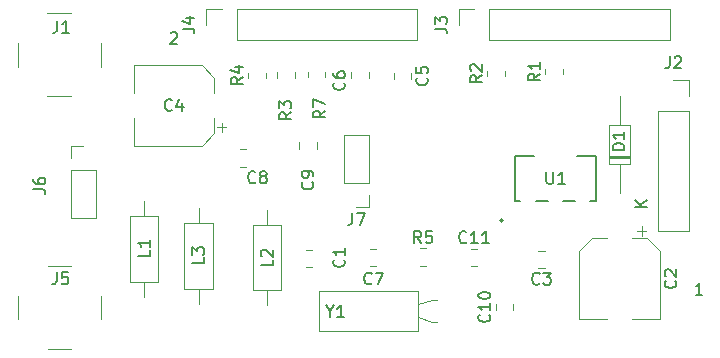
<source format=gbr>
%TF.GenerationSoftware,KiCad,Pcbnew,8.0.4*%
%TF.CreationDate,2025-05-02T23:51:08+05:30*%
%TF.ProjectId,Si4735Board,53693437-3335-4426-9f61-72642e6b6963,rev?*%
%TF.SameCoordinates,Original*%
%TF.FileFunction,Legend,Top*%
%TF.FilePolarity,Positive*%
%FSLAX46Y46*%
G04 Gerber Fmt 4.6, Leading zero omitted, Abs format (unit mm)*
G04 Created by KiCad (PCBNEW 8.0.4) date 2025-05-02 23:51:08*
%MOMM*%
%LPD*%
G01*
G04 APERTURE LIST*
%ADD10C,0.150000*%
%ADD11C,0.120000*%
%ADD12C,0.152400*%
G04 APERTURE END LIST*
D10*
X134844033Y-101986080D02*
X134796414Y-102033700D01*
X134796414Y-102033700D02*
X134653557Y-102081319D01*
X134653557Y-102081319D02*
X134558319Y-102081319D01*
X134558319Y-102081319D02*
X134415462Y-102033700D01*
X134415462Y-102033700D02*
X134320224Y-101938461D01*
X134320224Y-101938461D02*
X134272605Y-101843223D01*
X134272605Y-101843223D02*
X134224986Y-101652747D01*
X134224986Y-101652747D02*
X134224986Y-101509890D01*
X134224986Y-101509890D02*
X134272605Y-101319414D01*
X134272605Y-101319414D02*
X134320224Y-101224176D01*
X134320224Y-101224176D02*
X134415462Y-101128938D01*
X134415462Y-101128938D02*
X134558319Y-101081319D01*
X134558319Y-101081319D02*
X134653557Y-101081319D01*
X134653557Y-101081319D02*
X134796414Y-101128938D01*
X134796414Y-101128938D02*
X134844033Y-101176557D01*
X135177367Y-101081319D02*
X135844033Y-101081319D01*
X135844033Y-101081319D02*
X135415462Y-102081319D01*
X126455519Y-99983166D02*
X126455519Y-100459356D01*
X126455519Y-100459356D02*
X125455519Y-100459356D01*
X125550757Y-99697451D02*
X125503138Y-99649832D01*
X125503138Y-99649832D02*
X125455519Y-99554594D01*
X125455519Y-99554594D02*
X125455519Y-99316499D01*
X125455519Y-99316499D02*
X125503138Y-99221261D01*
X125503138Y-99221261D02*
X125550757Y-99173642D01*
X125550757Y-99173642D02*
X125645995Y-99126023D01*
X125645995Y-99126023D02*
X125741233Y-99126023D01*
X125741233Y-99126023D02*
X125884090Y-99173642D01*
X125884090Y-99173642D02*
X126455519Y-99745070D01*
X126455519Y-99745070D02*
X126455519Y-99126023D01*
X131314509Y-104355128D02*
X131314509Y-104831319D01*
X130981176Y-103831319D02*
X131314509Y-104355128D01*
X131314509Y-104355128D02*
X131647842Y-103831319D01*
X132504985Y-104831319D02*
X131933557Y-104831319D01*
X132219271Y-104831319D02*
X132219271Y-103831319D01*
X132219271Y-103831319D02*
X132124033Y-103974176D01*
X132124033Y-103974176D02*
X132028795Y-104069414D01*
X132028795Y-104069414D02*
X131933557Y-104117033D01*
X129830280Y-93403166D02*
X129877900Y-93450785D01*
X129877900Y-93450785D02*
X129925519Y-93593642D01*
X129925519Y-93593642D02*
X129925519Y-93688880D01*
X129925519Y-93688880D02*
X129877900Y-93831737D01*
X129877900Y-93831737D02*
X129782661Y-93926975D01*
X129782661Y-93926975D02*
X129687423Y-93974594D01*
X129687423Y-93974594D02*
X129496947Y-94022213D01*
X129496947Y-94022213D02*
X129354090Y-94022213D01*
X129354090Y-94022213D02*
X129163614Y-93974594D01*
X129163614Y-93974594D02*
X129068376Y-93926975D01*
X129068376Y-93926975D02*
X128973138Y-93831737D01*
X128973138Y-93831737D02*
X128925519Y-93688880D01*
X128925519Y-93688880D02*
X128925519Y-93593642D01*
X128925519Y-93593642D02*
X128973138Y-93450785D01*
X128973138Y-93450785D02*
X129020757Y-93403166D01*
X129925519Y-92926975D02*
X129925519Y-92736499D01*
X129925519Y-92736499D02*
X129877900Y-92641261D01*
X129877900Y-92641261D02*
X129830280Y-92593642D01*
X129830280Y-92593642D02*
X129687423Y-92498404D01*
X129687423Y-92498404D02*
X129496947Y-92450785D01*
X129496947Y-92450785D02*
X129115995Y-92450785D01*
X129115995Y-92450785D02*
X129020757Y-92498404D01*
X129020757Y-92498404D02*
X128973138Y-92546023D01*
X128973138Y-92546023D02*
X128925519Y-92641261D01*
X128925519Y-92641261D02*
X128925519Y-92831737D01*
X128925519Y-92831737D02*
X128973138Y-92926975D01*
X128973138Y-92926975D02*
X129020757Y-92974594D01*
X129020757Y-92974594D02*
X129115995Y-93022213D01*
X129115995Y-93022213D02*
X129354090Y-93022213D01*
X129354090Y-93022213D02*
X129449328Y-92974594D01*
X129449328Y-92974594D02*
X129496947Y-92926975D01*
X129496947Y-92926975D02*
X129544566Y-92831737D01*
X129544566Y-92831737D02*
X129544566Y-92641261D01*
X129544566Y-92641261D02*
X129496947Y-92546023D01*
X129496947Y-92546023D02*
X129449328Y-92498404D01*
X129449328Y-92498404D02*
X129354090Y-92450785D01*
X132480280Y-99983166D02*
X132527900Y-100030785D01*
X132527900Y-100030785D02*
X132575519Y-100173642D01*
X132575519Y-100173642D02*
X132575519Y-100268880D01*
X132575519Y-100268880D02*
X132527900Y-100411737D01*
X132527900Y-100411737D02*
X132432661Y-100506975D01*
X132432661Y-100506975D02*
X132337423Y-100554594D01*
X132337423Y-100554594D02*
X132146947Y-100602213D01*
X132146947Y-100602213D02*
X132004090Y-100602213D01*
X132004090Y-100602213D02*
X131813614Y-100554594D01*
X131813614Y-100554594D02*
X131718376Y-100506975D01*
X131718376Y-100506975D02*
X131623138Y-100411737D01*
X131623138Y-100411737D02*
X131575519Y-100268880D01*
X131575519Y-100268880D02*
X131575519Y-100173642D01*
X131575519Y-100173642D02*
X131623138Y-100030785D01*
X131623138Y-100030785D02*
X131670757Y-99983166D01*
X132575519Y-99030785D02*
X132575519Y-99602213D01*
X132575519Y-99316499D02*
X131575519Y-99316499D01*
X131575519Y-99316499D02*
X131718376Y-99411737D01*
X131718376Y-99411737D02*
X131813614Y-99506975D01*
X131813614Y-99506975D02*
X131861233Y-99602213D01*
X132480280Y-84993166D02*
X132527900Y-85040785D01*
X132527900Y-85040785D02*
X132575519Y-85183642D01*
X132575519Y-85183642D02*
X132575519Y-85278880D01*
X132575519Y-85278880D02*
X132527900Y-85421737D01*
X132527900Y-85421737D02*
X132432661Y-85516975D01*
X132432661Y-85516975D02*
X132337423Y-85564594D01*
X132337423Y-85564594D02*
X132146947Y-85612213D01*
X132146947Y-85612213D02*
X132004090Y-85612213D01*
X132004090Y-85612213D02*
X131813614Y-85564594D01*
X131813614Y-85564594D02*
X131718376Y-85516975D01*
X131718376Y-85516975D02*
X131623138Y-85421737D01*
X131623138Y-85421737D02*
X131575519Y-85278880D01*
X131575519Y-85278880D02*
X131575519Y-85183642D01*
X131575519Y-85183642D02*
X131623138Y-85040785D01*
X131623138Y-85040785D02*
X131670757Y-84993166D01*
X131575519Y-84136023D02*
X131575519Y-84326499D01*
X131575519Y-84326499D02*
X131623138Y-84421737D01*
X131623138Y-84421737D02*
X131670757Y-84469356D01*
X131670757Y-84469356D02*
X131813614Y-84564594D01*
X131813614Y-84564594D02*
X132004090Y-84612213D01*
X132004090Y-84612213D02*
X132385042Y-84612213D01*
X132385042Y-84612213D02*
X132480280Y-84564594D01*
X132480280Y-84564594D02*
X132527900Y-84516975D01*
X132527900Y-84516975D02*
X132575519Y-84421737D01*
X132575519Y-84421737D02*
X132575519Y-84231261D01*
X132575519Y-84231261D02*
X132527900Y-84136023D01*
X132527900Y-84136023D02*
X132480280Y-84088404D01*
X132480280Y-84088404D02*
X132385042Y-84040785D01*
X132385042Y-84040785D02*
X132146947Y-84040785D01*
X132146947Y-84040785D02*
X132051709Y-84088404D01*
X132051709Y-84088404D02*
X132004090Y-84136023D01*
X132004090Y-84136023D02*
X131956471Y-84231261D01*
X131956471Y-84231261D02*
X131956471Y-84421737D01*
X131956471Y-84421737D02*
X132004090Y-84516975D01*
X132004090Y-84516975D02*
X132051709Y-84564594D01*
X132051709Y-84564594D02*
X132146947Y-84612213D01*
X142870342Y-98486080D02*
X142822723Y-98533700D01*
X142822723Y-98533700D02*
X142679866Y-98581319D01*
X142679866Y-98581319D02*
X142584628Y-98581319D01*
X142584628Y-98581319D02*
X142441771Y-98533700D01*
X142441771Y-98533700D02*
X142346533Y-98438461D01*
X142346533Y-98438461D02*
X142298914Y-98343223D01*
X142298914Y-98343223D02*
X142251295Y-98152747D01*
X142251295Y-98152747D02*
X142251295Y-98009890D01*
X142251295Y-98009890D02*
X142298914Y-97819414D01*
X142298914Y-97819414D02*
X142346533Y-97724176D01*
X142346533Y-97724176D02*
X142441771Y-97628938D01*
X142441771Y-97628938D02*
X142584628Y-97581319D01*
X142584628Y-97581319D02*
X142679866Y-97581319D01*
X142679866Y-97581319D02*
X142822723Y-97628938D01*
X142822723Y-97628938D02*
X142870342Y-97676557D01*
X143822723Y-98581319D02*
X143251295Y-98581319D01*
X143537009Y-98581319D02*
X143537009Y-97581319D01*
X143537009Y-97581319D02*
X143441771Y-97724176D01*
X143441771Y-97724176D02*
X143346533Y-97819414D01*
X143346533Y-97819414D02*
X143251295Y-97867033D01*
X144775104Y-98581319D02*
X144203676Y-98581319D01*
X144489390Y-98581319D02*
X144489390Y-97581319D01*
X144489390Y-97581319D02*
X144394152Y-97724176D01*
X144394152Y-97724176D02*
X144298914Y-97819414D01*
X144298914Y-97819414D02*
X144203676Y-97867033D01*
X149061533Y-101996080D02*
X149013914Y-102043700D01*
X149013914Y-102043700D02*
X148871057Y-102091319D01*
X148871057Y-102091319D02*
X148775819Y-102091319D01*
X148775819Y-102091319D02*
X148632962Y-102043700D01*
X148632962Y-102043700D02*
X148537724Y-101948461D01*
X148537724Y-101948461D02*
X148490105Y-101853223D01*
X148490105Y-101853223D02*
X148442486Y-101662747D01*
X148442486Y-101662747D02*
X148442486Y-101519890D01*
X148442486Y-101519890D02*
X148490105Y-101329414D01*
X148490105Y-101329414D02*
X148537724Y-101234176D01*
X148537724Y-101234176D02*
X148632962Y-101138938D01*
X148632962Y-101138938D02*
X148775819Y-101091319D01*
X148775819Y-101091319D02*
X148871057Y-101091319D01*
X148871057Y-101091319D02*
X149013914Y-101138938D01*
X149013914Y-101138938D02*
X149061533Y-101186557D01*
X149394867Y-101091319D02*
X150013914Y-101091319D01*
X150013914Y-101091319D02*
X149680581Y-101472271D01*
X149680581Y-101472271D02*
X149823438Y-101472271D01*
X149823438Y-101472271D02*
X149918676Y-101519890D01*
X149918676Y-101519890D02*
X149966295Y-101567509D01*
X149966295Y-101567509D02*
X150013914Y-101662747D01*
X150013914Y-101662747D02*
X150013914Y-101900842D01*
X150013914Y-101900842D02*
X149966295Y-101996080D01*
X149966295Y-101996080D02*
X149918676Y-102043700D01*
X149918676Y-102043700D02*
X149823438Y-102091319D01*
X149823438Y-102091319D02*
X149537724Y-102091319D01*
X149537724Y-102091319D02*
X149442486Y-102043700D01*
X149442486Y-102043700D02*
X149394867Y-101996080D01*
X144800280Y-104626857D02*
X144847900Y-104674476D01*
X144847900Y-104674476D02*
X144895519Y-104817333D01*
X144895519Y-104817333D02*
X144895519Y-104912571D01*
X144895519Y-104912571D02*
X144847900Y-105055428D01*
X144847900Y-105055428D02*
X144752661Y-105150666D01*
X144752661Y-105150666D02*
X144657423Y-105198285D01*
X144657423Y-105198285D02*
X144466947Y-105245904D01*
X144466947Y-105245904D02*
X144324090Y-105245904D01*
X144324090Y-105245904D02*
X144133614Y-105198285D01*
X144133614Y-105198285D02*
X144038376Y-105150666D01*
X144038376Y-105150666D02*
X143943138Y-105055428D01*
X143943138Y-105055428D02*
X143895519Y-104912571D01*
X143895519Y-104912571D02*
X143895519Y-104817333D01*
X143895519Y-104817333D02*
X143943138Y-104674476D01*
X143943138Y-104674476D02*
X143990757Y-104626857D01*
X144895519Y-103674476D02*
X144895519Y-104245904D01*
X144895519Y-103960190D02*
X143895519Y-103960190D01*
X143895519Y-103960190D02*
X144038376Y-104055428D01*
X144038376Y-104055428D02*
X144133614Y-104150666D01*
X144133614Y-104150666D02*
X144181233Y-104245904D01*
X143895519Y-103055428D02*
X143895519Y-102960190D01*
X143895519Y-102960190D02*
X143943138Y-102864952D01*
X143943138Y-102864952D02*
X143990757Y-102817333D01*
X143990757Y-102817333D02*
X144085995Y-102769714D01*
X144085995Y-102769714D02*
X144276471Y-102722095D01*
X144276471Y-102722095D02*
X144514566Y-102722095D01*
X144514566Y-102722095D02*
X144705042Y-102769714D01*
X144705042Y-102769714D02*
X144800280Y-102817333D01*
X144800280Y-102817333D02*
X144847900Y-102864952D01*
X144847900Y-102864952D02*
X144895519Y-102960190D01*
X144895519Y-102960190D02*
X144895519Y-103055428D01*
X144895519Y-103055428D02*
X144847900Y-103150666D01*
X144847900Y-103150666D02*
X144800280Y-103198285D01*
X144800280Y-103198285D02*
X144705042Y-103245904D01*
X144705042Y-103245904D02*
X144514566Y-103293523D01*
X144514566Y-103293523D02*
X144276471Y-103293523D01*
X144276471Y-103293523D02*
X144085995Y-103245904D01*
X144085995Y-103245904D02*
X143990757Y-103198285D01*
X143990757Y-103198285D02*
X143943138Y-103150666D01*
X143943138Y-103150666D02*
X143895519Y-103055428D01*
X140231119Y-80419833D02*
X140945404Y-80419833D01*
X140945404Y-80419833D02*
X141088261Y-80467452D01*
X141088261Y-80467452D02*
X141183500Y-80562690D01*
X141183500Y-80562690D02*
X141231119Y-80705547D01*
X141231119Y-80705547D02*
X141231119Y-80800785D01*
X140231119Y-80038880D02*
X140231119Y-79419833D01*
X140231119Y-79419833D02*
X140612071Y-79753166D01*
X140612071Y-79753166D02*
X140612071Y-79610309D01*
X140612071Y-79610309D02*
X140659690Y-79515071D01*
X140659690Y-79515071D02*
X140707309Y-79467452D01*
X140707309Y-79467452D02*
X140802547Y-79419833D01*
X140802547Y-79419833D02*
X141040642Y-79419833D01*
X141040642Y-79419833D02*
X141135880Y-79467452D01*
X141135880Y-79467452D02*
X141183500Y-79515071D01*
X141183500Y-79515071D02*
X141231119Y-79610309D01*
X141231119Y-79610309D02*
X141231119Y-79896023D01*
X141231119Y-79896023D02*
X141183500Y-79991261D01*
X141183500Y-79991261D02*
X141135880Y-80038880D01*
X133217366Y-96011319D02*
X133217366Y-96725604D01*
X133217366Y-96725604D02*
X133169747Y-96868461D01*
X133169747Y-96868461D02*
X133074509Y-96963700D01*
X133074509Y-96963700D02*
X132931652Y-97011319D01*
X132931652Y-97011319D02*
X132836414Y-97011319D01*
X133598319Y-96011319D02*
X134264985Y-96011319D01*
X134264985Y-96011319D02*
X133836414Y-97011319D01*
X149638795Y-92541319D02*
X149638795Y-93350842D01*
X149638795Y-93350842D02*
X149686414Y-93446080D01*
X149686414Y-93446080D02*
X149734033Y-93493700D01*
X149734033Y-93493700D02*
X149829271Y-93541319D01*
X149829271Y-93541319D02*
X150019747Y-93541319D01*
X150019747Y-93541319D02*
X150114985Y-93493700D01*
X150114985Y-93493700D02*
X150162604Y-93446080D01*
X150162604Y-93446080D02*
X150210223Y-93350842D01*
X150210223Y-93350842D02*
X150210223Y-92541319D01*
X151210223Y-93541319D02*
X150638795Y-93541319D01*
X150924509Y-93541319D02*
X150924509Y-92541319D01*
X150924509Y-92541319D02*
X150829271Y-92684176D01*
X150829271Y-92684176D02*
X150734033Y-92779414D01*
X150734033Y-92779414D02*
X150638795Y-92827033D01*
X123935519Y-84533166D02*
X123459328Y-84866499D01*
X123935519Y-85104594D02*
X122935519Y-85104594D01*
X122935519Y-85104594D02*
X122935519Y-84723642D01*
X122935519Y-84723642D02*
X122983138Y-84628404D01*
X122983138Y-84628404D02*
X123030757Y-84580785D01*
X123030757Y-84580785D02*
X123125995Y-84533166D01*
X123125995Y-84533166D02*
X123268852Y-84533166D01*
X123268852Y-84533166D02*
X123364090Y-84580785D01*
X123364090Y-84580785D02*
X123411709Y-84628404D01*
X123411709Y-84628404D02*
X123459328Y-84723642D01*
X123459328Y-84723642D02*
X123459328Y-85104594D01*
X123268852Y-83676023D02*
X123935519Y-83676023D01*
X122887900Y-83914118D02*
X123602185Y-84152213D01*
X123602185Y-84152213D02*
X123602185Y-83533166D01*
X116054819Y-99166666D02*
X116054819Y-99642856D01*
X116054819Y-99642856D02*
X115054819Y-99642856D01*
X116054819Y-98309523D02*
X116054819Y-98880951D01*
X116054819Y-98595237D02*
X115054819Y-98595237D01*
X115054819Y-98595237D02*
X115197676Y-98690475D01*
X115197676Y-98690475D02*
X115292914Y-98785713D01*
X115292914Y-98785713D02*
X115340533Y-98880951D01*
X149105519Y-84223166D02*
X148629328Y-84556499D01*
X149105519Y-84794594D02*
X148105519Y-84794594D01*
X148105519Y-84794594D02*
X148105519Y-84413642D01*
X148105519Y-84413642D02*
X148153138Y-84318404D01*
X148153138Y-84318404D02*
X148200757Y-84270785D01*
X148200757Y-84270785D02*
X148295995Y-84223166D01*
X148295995Y-84223166D02*
X148438852Y-84223166D01*
X148438852Y-84223166D02*
X148534090Y-84270785D01*
X148534090Y-84270785D02*
X148581709Y-84318404D01*
X148581709Y-84318404D02*
X148629328Y-84413642D01*
X148629328Y-84413642D02*
X148629328Y-84794594D01*
X149105519Y-83270785D02*
X149105519Y-83842213D01*
X149105519Y-83556499D02*
X148105519Y-83556499D01*
X148105519Y-83556499D02*
X148248376Y-83651737D01*
X148248376Y-83651737D02*
X148343614Y-83746975D01*
X148343614Y-83746975D02*
X148391233Y-83842213D01*
X125006533Y-93406080D02*
X124958914Y-93453700D01*
X124958914Y-93453700D02*
X124816057Y-93501319D01*
X124816057Y-93501319D02*
X124720819Y-93501319D01*
X124720819Y-93501319D02*
X124577962Y-93453700D01*
X124577962Y-93453700D02*
X124482724Y-93358461D01*
X124482724Y-93358461D02*
X124435105Y-93263223D01*
X124435105Y-93263223D02*
X124387486Y-93072747D01*
X124387486Y-93072747D02*
X124387486Y-92929890D01*
X124387486Y-92929890D02*
X124435105Y-92739414D01*
X124435105Y-92739414D02*
X124482724Y-92644176D01*
X124482724Y-92644176D02*
X124577962Y-92548938D01*
X124577962Y-92548938D02*
X124720819Y-92501319D01*
X124720819Y-92501319D02*
X124816057Y-92501319D01*
X124816057Y-92501319D02*
X124958914Y-92548938D01*
X124958914Y-92548938D02*
X125006533Y-92596557D01*
X125577962Y-92929890D02*
X125482724Y-92882271D01*
X125482724Y-92882271D02*
X125435105Y-92834652D01*
X125435105Y-92834652D02*
X125387486Y-92739414D01*
X125387486Y-92739414D02*
X125387486Y-92691795D01*
X125387486Y-92691795D02*
X125435105Y-92596557D01*
X125435105Y-92596557D02*
X125482724Y-92548938D01*
X125482724Y-92548938D02*
X125577962Y-92501319D01*
X125577962Y-92501319D02*
X125768438Y-92501319D01*
X125768438Y-92501319D02*
X125863676Y-92548938D01*
X125863676Y-92548938D02*
X125911295Y-92596557D01*
X125911295Y-92596557D02*
X125958914Y-92691795D01*
X125958914Y-92691795D02*
X125958914Y-92739414D01*
X125958914Y-92739414D02*
X125911295Y-92834652D01*
X125911295Y-92834652D02*
X125863676Y-92882271D01*
X125863676Y-92882271D02*
X125768438Y-92929890D01*
X125768438Y-92929890D02*
X125577962Y-92929890D01*
X125577962Y-92929890D02*
X125482724Y-92977509D01*
X125482724Y-92977509D02*
X125435105Y-93025128D01*
X125435105Y-93025128D02*
X125387486Y-93120366D01*
X125387486Y-93120366D02*
X125387486Y-93310842D01*
X125387486Y-93310842D02*
X125435105Y-93406080D01*
X125435105Y-93406080D02*
X125482724Y-93453700D01*
X125482724Y-93453700D02*
X125577962Y-93501319D01*
X125577962Y-93501319D02*
X125768438Y-93501319D01*
X125768438Y-93501319D02*
X125863676Y-93453700D01*
X125863676Y-93453700D02*
X125911295Y-93406080D01*
X125911295Y-93406080D02*
X125958914Y-93310842D01*
X125958914Y-93310842D02*
X125958914Y-93120366D01*
X125958914Y-93120366D02*
X125911295Y-93025128D01*
X125911295Y-93025128D02*
X125863676Y-92977509D01*
X125863676Y-92977509D02*
X125768438Y-92929890D01*
X108216716Y-79754819D02*
X108216716Y-80469104D01*
X108216716Y-80469104D02*
X108169097Y-80611961D01*
X108169097Y-80611961D02*
X108073859Y-80707200D01*
X108073859Y-80707200D02*
X107931002Y-80754819D01*
X107931002Y-80754819D02*
X107835764Y-80754819D01*
X109216716Y-80754819D02*
X108645288Y-80754819D01*
X108931002Y-80754819D02*
X108931002Y-79754819D01*
X108931002Y-79754819D02*
X108835764Y-79897676D01*
X108835764Y-79897676D02*
X108740526Y-79992914D01*
X108740526Y-79992914D02*
X108645288Y-80040533D01*
X130915519Y-87363166D02*
X130439328Y-87696499D01*
X130915519Y-87934594D02*
X129915519Y-87934594D01*
X129915519Y-87934594D02*
X129915519Y-87553642D01*
X129915519Y-87553642D02*
X129963138Y-87458404D01*
X129963138Y-87458404D02*
X130010757Y-87410785D01*
X130010757Y-87410785D02*
X130105995Y-87363166D01*
X130105995Y-87363166D02*
X130248852Y-87363166D01*
X130248852Y-87363166D02*
X130344090Y-87410785D01*
X130344090Y-87410785D02*
X130391709Y-87458404D01*
X130391709Y-87458404D02*
X130439328Y-87553642D01*
X130439328Y-87553642D02*
X130439328Y-87934594D01*
X129915519Y-87029832D02*
X129915519Y-86363166D01*
X129915519Y-86363166D02*
X130915519Y-86791737D01*
X108166716Y-101054819D02*
X108166716Y-101769104D01*
X108166716Y-101769104D02*
X108119097Y-101911961D01*
X108119097Y-101911961D02*
X108023859Y-102007200D01*
X108023859Y-102007200D02*
X107881002Y-102054819D01*
X107881002Y-102054819D02*
X107785764Y-102054819D01*
X109119097Y-101054819D02*
X108642907Y-101054819D01*
X108642907Y-101054819D02*
X108595288Y-101531009D01*
X108595288Y-101531009D02*
X108642907Y-101483390D01*
X108642907Y-101483390D02*
X108738145Y-101435771D01*
X108738145Y-101435771D02*
X108976240Y-101435771D01*
X108976240Y-101435771D02*
X109071478Y-101483390D01*
X109071478Y-101483390D02*
X109119097Y-101531009D01*
X109119097Y-101531009D02*
X109166716Y-101626247D01*
X109166716Y-101626247D02*
X109166716Y-101864342D01*
X109166716Y-101864342D02*
X109119097Y-101959580D01*
X109119097Y-101959580D02*
X109071478Y-102007200D01*
X109071478Y-102007200D02*
X108976240Y-102054819D01*
X108976240Y-102054819D02*
X108738145Y-102054819D01*
X108738145Y-102054819D02*
X108642907Y-102007200D01*
X108642907Y-102007200D02*
X108595288Y-101959580D01*
X139520280Y-84590666D02*
X139567900Y-84638285D01*
X139567900Y-84638285D02*
X139615519Y-84781142D01*
X139615519Y-84781142D02*
X139615519Y-84876380D01*
X139615519Y-84876380D02*
X139567900Y-85019237D01*
X139567900Y-85019237D02*
X139472661Y-85114475D01*
X139472661Y-85114475D02*
X139377423Y-85162094D01*
X139377423Y-85162094D02*
X139186947Y-85209713D01*
X139186947Y-85209713D02*
X139044090Y-85209713D01*
X139044090Y-85209713D02*
X138853614Y-85162094D01*
X138853614Y-85162094D02*
X138758376Y-85114475D01*
X138758376Y-85114475D02*
X138663138Y-85019237D01*
X138663138Y-85019237D02*
X138615519Y-84876380D01*
X138615519Y-84876380D02*
X138615519Y-84781142D01*
X138615519Y-84781142D02*
X138663138Y-84638285D01*
X138663138Y-84638285D02*
X138710757Y-84590666D01*
X138615519Y-83685904D02*
X138615519Y-84162094D01*
X138615519Y-84162094D02*
X139091709Y-84209713D01*
X139091709Y-84209713D02*
X139044090Y-84162094D01*
X139044090Y-84162094D02*
X138996471Y-84066856D01*
X138996471Y-84066856D02*
X138996471Y-83828761D01*
X138996471Y-83828761D02*
X139044090Y-83733523D01*
X139044090Y-83733523D02*
X139091709Y-83685904D01*
X139091709Y-83685904D02*
X139186947Y-83638285D01*
X139186947Y-83638285D02*
X139425042Y-83638285D01*
X139425042Y-83638285D02*
X139520280Y-83685904D01*
X139520280Y-83685904D02*
X139567900Y-83733523D01*
X139567900Y-83733523D02*
X139615519Y-83828761D01*
X139615519Y-83828761D02*
X139615519Y-84066856D01*
X139615519Y-84066856D02*
X139567900Y-84162094D01*
X139567900Y-84162094D02*
X139520280Y-84209713D01*
X128035519Y-87513166D02*
X127559328Y-87846499D01*
X128035519Y-88084594D02*
X127035519Y-88084594D01*
X127035519Y-88084594D02*
X127035519Y-87703642D01*
X127035519Y-87703642D02*
X127083138Y-87608404D01*
X127083138Y-87608404D02*
X127130757Y-87560785D01*
X127130757Y-87560785D02*
X127225995Y-87513166D01*
X127225995Y-87513166D02*
X127368852Y-87513166D01*
X127368852Y-87513166D02*
X127464090Y-87560785D01*
X127464090Y-87560785D02*
X127511709Y-87608404D01*
X127511709Y-87608404D02*
X127559328Y-87703642D01*
X127559328Y-87703642D02*
X127559328Y-88084594D01*
X127035519Y-87179832D02*
X127035519Y-86560785D01*
X127035519Y-86560785D02*
X127416471Y-86894118D01*
X127416471Y-86894118D02*
X127416471Y-86751261D01*
X127416471Y-86751261D02*
X127464090Y-86656023D01*
X127464090Y-86656023D02*
X127511709Y-86608404D01*
X127511709Y-86608404D02*
X127606947Y-86560785D01*
X127606947Y-86560785D02*
X127845042Y-86560785D01*
X127845042Y-86560785D02*
X127940280Y-86608404D01*
X127940280Y-86608404D02*
X127987900Y-86656023D01*
X127987900Y-86656023D02*
X128035519Y-86751261D01*
X128035519Y-86751261D02*
X128035519Y-87036975D01*
X128035519Y-87036975D02*
X127987900Y-87132213D01*
X127987900Y-87132213D02*
X127940280Y-87179832D01*
X139044033Y-98571319D02*
X138710700Y-98095128D01*
X138472605Y-98571319D02*
X138472605Y-97571319D01*
X138472605Y-97571319D02*
X138853557Y-97571319D01*
X138853557Y-97571319D02*
X138948795Y-97618938D01*
X138948795Y-97618938D02*
X138996414Y-97666557D01*
X138996414Y-97666557D02*
X139044033Y-97761795D01*
X139044033Y-97761795D02*
X139044033Y-97904652D01*
X139044033Y-97904652D02*
X138996414Y-97999890D01*
X138996414Y-97999890D02*
X138948795Y-98047509D01*
X138948795Y-98047509D02*
X138853557Y-98095128D01*
X138853557Y-98095128D02*
X138472605Y-98095128D01*
X139948795Y-97571319D02*
X139472605Y-97571319D01*
X139472605Y-97571319D02*
X139424986Y-98047509D01*
X139424986Y-98047509D02*
X139472605Y-97999890D01*
X139472605Y-97999890D02*
X139567843Y-97952271D01*
X139567843Y-97952271D02*
X139805938Y-97952271D01*
X139805938Y-97952271D02*
X139901176Y-97999890D01*
X139901176Y-97999890D02*
X139948795Y-98047509D01*
X139948795Y-98047509D02*
X139996414Y-98142747D01*
X139996414Y-98142747D02*
X139996414Y-98380842D01*
X139996414Y-98380842D02*
X139948795Y-98476080D01*
X139948795Y-98476080D02*
X139901176Y-98523700D01*
X139901176Y-98523700D02*
X139805938Y-98571319D01*
X139805938Y-98571319D02*
X139567843Y-98571319D01*
X139567843Y-98571319D02*
X139472605Y-98523700D01*
X139472605Y-98523700D02*
X139424986Y-98476080D01*
X117934033Y-87286080D02*
X117886414Y-87333700D01*
X117886414Y-87333700D02*
X117743557Y-87381319D01*
X117743557Y-87381319D02*
X117648319Y-87381319D01*
X117648319Y-87381319D02*
X117505462Y-87333700D01*
X117505462Y-87333700D02*
X117410224Y-87238461D01*
X117410224Y-87238461D02*
X117362605Y-87143223D01*
X117362605Y-87143223D02*
X117314986Y-86952747D01*
X117314986Y-86952747D02*
X117314986Y-86809890D01*
X117314986Y-86809890D02*
X117362605Y-86619414D01*
X117362605Y-86619414D02*
X117410224Y-86524176D01*
X117410224Y-86524176D02*
X117505462Y-86428938D01*
X117505462Y-86428938D02*
X117648319Y-86381319D01*
X117648319Y-86381319D02*
X117743557Y-86381319D01*
X117743557Y-86381319D02*
X117886414Y-86428938D01*
X117886414Y-86428938D02*
X117934033Y-86476557D01*
X118791176Y-86714652D02*
X118791176Y-87381319D01*
X118553081Y-86333700D02*
X118314986Y-87047985D01*
X118314986Y-87047985D02*
X118934033Y-87047985D01*
X106215519Y-94029833D02*
X106929804Y-94029833D01*
X106929804Y-94029833D02*
X107072661Y-94077452D01*
X107072661Y-94077452D02*
X107167900Y-94172690D01*
X107167900Y-94172690D02*
X107215519Y-94315547D01*
X107215519Y-94315547D02*
X107215519Y-94410785D01*
X106215519Y-93125071D02*
X106215519Y-93315547D01*
X106215519Y-93315547D02*
X106263138Y-93410785D01*
X106263138Y-93410785D02*
X106310757Y-93458404D01*
X106310757Y-93458404D02*
X106453614Y-93553642D01*
X106453614Y-93553642D02*
X106644090Y-93601261D01*
X106644090Y-93601261D02*
X107025042Y-93601261D01*
X107025042Y-93601261D02*
X107120280Y-93553642D01*
X107120280Y-93553642D02*
X107167900Y-93506023D01*
X107167900Y-93506023D02*
X107215519Y-93410785D01*
X107215519Y-93410785D02*
X107215519Y-93220309D01*
X107215519Y-93220309D02*
X107167900Y-93125071D01*
X107167900Y-93125071D02*
X107120280Y-93077452D01*
X107120280Y-93077452D02*
X107025042Y-93029833D01*
X107025042Y-93029833D02*
X106786947Y-93029833D01*
X106786947Y-93029833D02*
X106691709Y-93077452D01*
X106691709Y-93077452D02*
X106644090Y-93125071D01*
X106644090Y-93125071D02*
X106596471Y-93220309D01*
X106596471Y-93220309D02*
X106596471Y-93410785D01*
X106596471Y-93410785D02*
X106644090Y-93506023D01*
X106644090Y-93506023D02*
X106691709Y-93553642D01*
X106691709Y-93553642D02*
X106786947Y-93601261D01*
X162845714Y-102964819D02*
X162274286Y-102964819D01*
X162560000Y-102964819D02*
X162560000Y-101964819D01*
X162560000Y-101964819D02*
X162464762Y-102107676D01*
X162464762Y-102107676D02*
X162369524Y-102202914D01*
X162369524Y-102202914D02*
X162274286Y-102250533D01*
X160560280Y-101753166D02*
X160607900Y-101800785D01*
X160607900Y-101800785D02*
X160655519Y-101943642D01*
X160655519Y-101943642D02*
X160655519Y-102038880D01*
X160655519Y-102038880D02*
X160607900Y-102181737D01*
X160607900Y-102181737D02*
X160512661Y-102276975D01*
X160512661Y-102276975D02*
X160417423Y-102324594D01*
X160417423Y-102324594D02*
X160226947Y-102372213D01*
X160226947Y-102372213D02*
X160084090Y-102372213D01*
X160084090Y-102372213D02*
X159893614Y-102324594D01*
X159893614Y-102324594D02*
X159798376Y-102276975D01*
X159798376Y-102276975D02*
X159703138Y-102181737D01*
X159703138Y-102181737D02*
X159655519Y-102038880D01*
X159655519Y-102038880D02*
X159655519Y-101943642D01*
X159655519Y-101943642D02*
X159703138Y-101800785D01*
X159703138Y-101800785D02*
X159750757Y-101753166D01*
X159750757Y-101372213D02*
X159703138Y-101324594D01*
X159703138Y-101324594D02*
X159655519Y-101229356D01*
X159655519Y-101229356D02*
X159655519Y-100991261D01*
X159655519Y-100991261D02*
X159703138Y-100896023D01*
X159703138Y-100896023D02*
X159750757Y-100848404D01*
X159750757Y-100848404D02*
X159845995Y-100800785D01*
X159845995Y-100800785D02*
X159941233Y-100800785D01*
X159941233Y-100800785D02*
X160084090Y-100848404D01*
X160084090Y-100848404D02*
X160655519Y-101419832D01*
X160655519Y-101419832D02*
X160655519Y-100800785D01*
X118838919Y-80419833D02*
X119553204Y-80419833D01*
X119553204Y-80419833D02*
X119696061Y-80467452D01*
X119696061Y-80467452D02*
X119791300Y-80562690D01*
X119791300Y-80562690D02*
X119838919Y-80705547D01*
X119838919Y-80705547D02*
X119838919Y-80800785D01*
X119172252Y-79515071D02*
X119838919Y-79515071D01*
X118791300Y-79753166D02*
X119505585Y-79991261D01*
X119505585Y-79991261D02*
X119505585Y-79372214D01*
X120665519Y-99793166D02*
X120665519Y-100269356D01*
X120665519Y-100269356D02*
X119665519Y-100269356D01*
X119665519Y-99555070D02*
X119665519Y-98936023D01*
X119665519Y-98936023D02*
X120046471Y-99269356D01*
X120046471Y-99269356D02*
X120046471Y-99126499D01*
X120046471Y-99126499D02*
X120094090Y-99031261D01*
X120094090Y-99031261D02*
X120141709Y-98983642D01*
X120141709Y-98983642D02*
X120236947Y-98936023D01*
X120236947Y-98936023D02*
X120475042Y-98936023D01*
X120475042Y-98936023D02*
X120570280Y-98983642D01*
X120570280Y-98983642D02*
X120617900Y-99031261D01*
X120617900Y-99031261D02*
X120665519Y-99126499D01*
X120665519Y-99126499D02*
X120665519Y-99412213D01*
X120665519Y-99412213D02*
X120617900Y-99507451D01*
X120617900Y-99507451D02*
X120570280Y-99555070D01*
X160067366Y-82771319D02*
X160067366Y-83485604D01*
X160067366Y-83485604D02*
X160019747Y-83628461D01*
X160019747Y-83628461D02*
X159924509Y-83723700D01*
X159924509Y-83723700D02*
X159781652Y-83771319D01*
X159781652Y-83771319D02*
X159686414Y-83771319D01*
X160495938Y-82866557D02*
X160543557Y-82818938D01*
X160543557Y-82818938D02*
X160638795Y-82771319D01*
X160638795Y-82771319D02*
X160876890Y-82771319D01*
X160876890Y-82771319D02*
X160972128Y-82818938D01*
X160972128Y-82818938D02*
X161019747Y-82866557D01*
X161019747Y-82866557D02*
X161067366Y-82961795D01*
X161067366Y-82961795D02*
X161067366Y-83057033D01*
X161067366Y-83057033D02*
X161019747Y-83199890D01*
X161019747Y-83199890D02*
X160448319Y-83771319D01*
X160448319Y-83771319D02*
X161067366Y-83771319D01*
X117824286Y-80830057D02*
X117871905Y-80782438D01*
X117871905Y-80782438D02*
X117967143Y-80734819D01*
X117967143Y-80734819D02*
X118205238Y-80734819D01*
X118205238Y-80734819D02*
X118300476Y-80782438D01*
X118300476Y-80782438D02*
X118348095Y-80830057D01*
X118348095Y-80830057D02*
X118395714Y-80925295D01*
X118395714Y-80925295D02*
X118395714Y-81020533D01*
X118395714Y-81020533D02*
X118348095Y-81163390D01*
X118348095Y-81163390D02*
X117776667Y-81734819D01*
X117776667Y-81734819D02*
X118395714Y-81734819D01*
X144195519Y-84383166D02*
X143719328Y-84716499D01*
X144195519Y-84954594D02*
X143195519Y-84954594D01*
X143195519Y-84954594D02*
X143195519Y-84573642D01*
X143195519Y-84573642D02*
X143243138Y-84478404D01*
X143243138Y-84478404D02*
X143290757Y-84430785D01*
X143290757Y-84430785D02*
X143385995Y-84383166D01*
X143385995Y-84383166D02*
X143528852Y-84383166D01*
X143528852Y-84383166D02*
X143624090Y-84430785D01*
X143624090Y-84430785D02*
X143671709Y-84478404D01*
X143671709Y-84478404D02*
X143719328Y-84573642D01*
X143719328Y-84573642D02*
X143719328Y-84954594D01*
X143290757Y-84002213D02*
X143243138Y-83954594D01*
X143243138Y-83954594D02*
X143195519Y-83859356D01*
X143195519Y-83859356D02*
X143195519Y-83621261D01*
X143195519Y-83621261D02*
X143243138Y-83526023D01*
X143243138Y-83526023D02*
X143290757Y-83478404D01*
X143290757Y-83478404D02*
X143385995Y-83430785D01*
X143385995Y-83430785D02*
X143481233Y-83430785D01*
X143481233Y-83430785D02*
X143624090Y-83478404D01*
X143624090Y-83478404D02*
X144195519Y-84049832D01*
X144195519Y-84049832D02*
X144195519Y-83430785D01*
X156245519Y-90694594D02*
X155245519Y-90694594D01*
X155245519Y-90694594D02*
X155245519Y-90456499D01*
X155245519Y-90456499D02*
X155293138Y-90313642D01*
X155293138Y-90313642D02*
X155388376Y-90218404D01*
X155388376Y-90218404D02*
X155483614Y-90170785D01*
X155483614Y-90170785D02*
X155674090Y-90123166D01*
X155674090Y-90123166D02*
X155816947Y-90123166D01*
X155816947Y-90123166D02*
X156007423Y-90170785D01*
X156007423Y-90170785D02*
X156102661Y-90218404D01*
X156102661Y-90218404D02*
X156197900Y-90313642D01*
X156197900Y-90313642D02*
X156245519Y-90456499D01*
X156245519Y-90456499D02*
X156245519Y-90694594D01*
X156245519Y-89170785D02*
X156245519Y-89742213D01*
X156245519Y-89456499D02*
X155245519Y-89456499D01*
X155245519Y-89456499D02*
X155388376Y-89551737D01*
X155388376Y-89551737D02*
X155483614Y-89646975D01*
X155483614Y-89646975D02*
X155531233Y-89742213D01*
X158155519Y-95518404D02*
X157155519Y-95518404D01*
X158155519Y-94946976D02*
X157584090Y-95375547D01*
X157155519Y-94946976D02*
X157726947Y-95518404D01*
D11*
%TO.C,C7*%
X135194452Y-99071500D02*
X134671948Y-99071500D01*
X135194452Y-100541500D02*
X134671948Y-100541500D01*
%TO.C,L2*%
X124770700Y-97006500D02*
X124770700Y-102546500D01*
X124770700Y-102546500D02*
X127210700Y-102546500D01*
X125990700Y-95736500D02*
X125990700Y-97006500D01*
X125990700Y-103816500D02*
X125990700Y-102546500D01*
X127210700Y-97006500D02*
X124770700Y-97006500D01*
X127210700Y-102546500D02*
X127210700Y-97006500D01*
%TO.C,Y1*%
X130410700Y-102606500D02*
X130410700Y-106006500D01*
X130410700Y-106006500D02*
X138810700Y-106006500D01*
X138810700Y-102606500D02*
X130410700Y-102606500D01*
X138810700Y-103761500D02*
X139960700Y-103356500D01*
X138810700Y-104851500D02*
X139960700Y-105256500D01*
X138810700Y-106006500D02*
X138810700Y-102606500D01*
X139960700Y-103356500D02*
X140410700Y-103356500D01*
X139960700Y-105256500D02*
X140410700Y-105256500D01*
%TO.C,C9*%
X128715700Y-90052748D02*
X128715700Y-90575252D01*
X130185700Y-90052748D02*
X130185700Y-90575252D01*
%TO.C,C1*%
X129784452Y-99121500D02*
X129261948Y-99121500D01*
X129784452Y-100591500D02*
X129261948Y-100591500D01*
%TO.C,C6*%
X133135700Y-84055248D02*
X133135700Y-84577752D01*
X134605700Y-84055248D02*
X134605700Y-84577752D01*
%TO.C,C11*%
X143251948Y-99071500D02*
X143774452Y-99071500D01*
X143251948Y-100541500D02*
X143774452Y-100541500D01*
%TO.C,C3*%
X149489452Y-99221500D02*
X148966948Y-99221500D01*
X149489452Y-100691500D02*
X148966948Y-100691500D01*
%TO.C,C10*%
X145385700Y-104245252D02*
X145385700Y-103722748D01*
X146855700Y-104245252D02*
X146855700Y-103722748D01*
%TO.C,J3*%
X142216300Y-78756500D02*
X143546300Y-78756500D01*
X142216300Y-80086500D02*
X142216300Y-78756500D01*
X144816300Y-78756500D02*
X160116300Y-78756500D01*
X144816300Y-81416500D02*
X144816300Y-78756500D01*
X144816300Y-81416500D02*
X160116300Y-81416500D01*
X160116300Y-81416500D02*
X160116300Y-78756500D01*
%TO.C,J7*%
X132490700Y-93496500D02*
X132490700Y-89436500D01*
X134610700Y-89436500D02*
X132490700Y-89436500D01*
X134610700Y-93496500D02*
X132490700Y-93496500D01*
X134610700Y-93496500D02*
X134610700Y-89436500D01*
X134610700Y-94496500D02*
X134610700Y-95556500D01*
X134610700Y-95556500D02*
X133550700Y-95556500D01*
D12*
%TO.C,U1*%
X146998700Y-91184500D02*
X146998700Y-94988500D01*
X146998700Y-94988500D02*
X147447357Y-94988500D01*
X148597357Y-91184500D02*
X146998700Y-91184500D01*
X148754043Y-94988500D02*
X149747357Y-94988500D01*
X151054043Y-94988500D02*
X152047357Y-94988500D01*
X153354044Y-94988500D02*
X153802700Y-94988500D01*
X153802700Y-91184500D02*
X152204043Y-91184500D01*
X153802700Y-94988500D02*
X153802700Y-91184500D01*
X145982700Y-96636500D02*
G75*
G02*
X145728700Y-96636500I-127000J0D01*
G01*
X145728700Y-96636500D02*
G75*
G02*
X145982700Y-96636500I127000J0D01*
G01*
D11*
%TO.C,R4*%
X124395700Y-84593564D02*
X124395700Y-84139436D01*
X125865700Y-84593564D02*
X125865700Y-84139436D01*
%TO.C,L1*%
X114350000Y-96290000D02*
X114350000Y-101830000D01*
X114350000Y-101830000D02*
X116790000Y-101830000D01*
X115570000Y-95020000D02*
X115570000Y-96290000D01*
X115570000Y-103100000D02*
X115570000Y-101830000D01*
X116790000Y-96290000D02*
X114350000Y-96290000D01*
X116790000Y-101830000D02*
X116790000Y-96290000D01*
%TO.C,R1*%
X149565700Y-84283564D02*
X149565700Y-83829436D01*
X151035700Y-84283564D02*
X151035700Y-83829436D01*
%TO.C,C8*%
X124241952Y-90641500D02*
X123719448Y-90641500D01*
X124241952Y-92111500D02*
X123719448Y-92111500D01*
%TO.C,J1*%
X104895500Y-83636500D02*
X104895500Y-81636500D01*
X107400700Y-79131300D02*
X109400700Y-79131300D01*
X109400700Y-86141700D02*
X107400700Y-86141700D01*
X111905900Y-81636500D02*
X111905900Y-83636500D01*
%TO.C,R7*%
X129465700Y-84049436D02*
X129465700Y-84503564D01*
X130935700Y-84049436D02*
X130935700Y-84503564D01*
%TO.C,J5*%
X104925500Y-105016500D02*
X104925500Y-103016500D01*
X107430700Y-100511300D02*
X109430700Y-100511300D01*
X109430700Y-107521700D02*
X107430700Y-107521700D01*
X111935900Y-103016500D02*
X111935900Y-105016500D01*
%TO.C,C5*%
X136745700Y-84162748D02*
X136745700Y-84685252D01*
X138215700Y-84162748D02*
X138215700Y-84685252D01*
%TO.C,R3*%
X126855700Y-84573564D02*
X126855700Y-84119436D01*
X128325700Y-84573564D02*
X128325700Y-84119436D01*
%TO.C,R5*%
X138983636Y-99031500D02*
X139437764Y-99031500D01*
X138983636Y-100501500D02*
X139437764Y-100501500D01*
%TO.C,C4*%
X114690700Y-83506500D02*
X114690700Y-85856500D01*
X114690700Y-90326500D02*
X114690700Y-87976500D01*
X120446263Y-83506500D02*
X114690700Y-83506500D01*
X120446263Y-90326500D02*
X114690700Y-90326500D01*
X121510700Y-84570937D02*
X120446263Y-83506500D01*
X121510700Y-84570937D02*
X121510700Y-85856500D01*
X121510700Y-89262063D02*
X120446263Y-90326500D01*
X121510700Y-89262063D02*
X121510700Y-87976500D01*
X122144450Y-89157750D02*
X122144450Y-88370250D01*
X122538200Y-88764000D02*
X121750700Y-88764000D01*
%TO.C,J6*%
X109370700Y-90336500D02*
X110430700Y-90336500D01*
X109370700Y-91396500D02*
X109370700Y-90336500D01*
X109370700Y-92396500D02*
X109370700Y-96456500D01*
X109370700Y-92396500D02*
X111490700Y-92396500D01*
X109370700Y-96456500D02*
X111490700Y-96456500D01*
X111490700Y-92396500D02*
X111490700Y-96456500D01*
%TO.C,C2*%
X152440700Y-99240937D02*
X152440700Y-104996500D01*
X152440700Y-104996500D02*
X154790700Y-104996500D01*
X153505137Y-98176500D02*
X152440700Y-99240937D01*
X153505137Y-98176500D02*
X154790700Y-98176500D01*
X157698200Y-97149000D02*
X157698200Y-97936500D01*
X158091950Y-97542750D02*
X157304450Y-97542750D01*
X158196263Y-98176500D02*
X156910700Y-98176500D01*
X158196263Y-98176500D02*
X159260700Y-99240937D01*
X159260700Y-99240937D02*
X159260700Y-104996500D01*
X159260700Y-104996500D02*
X156910700Y-104996500D01*
%TO.C,J4*%
X120824100Y-78756500D02*
X122154100Y-78756500D01*
X120824100Y-80086500D02*
X120824100Y-78756500D01*
X123424100Y-78756500D02*
X138724100Y-78756500D01*
X123424100Y-81416500D02*
X123424100Y-78756500D01*
X123424100Y-81416500D02*
X138724100Y-81416500D01*
X138724100Y-81416500D02*
X138724100Y-78756500D01*
%TO.C,L3*%
X118970700Y-96906500D02*
X118970700Y-102446500D01*
X118970700Y-102446500D02*
X121410700Y-102446500D01*
X120190700Y-95636500D02*
X120190700Y-96906500D01*
X120190700Y-103716500D02*
X120190700Y-102446500D01*
X121410700Y-96906500D02*
X118970700Y-96906500D01*
X121410700Y-102446500D02*
X121410700Y-96906500D01*
%TO.C,J2*%
X159070700Y-87356500D02*
X159070700Y-97576500D01*
X159070700Y-87356500D02*
X161730700Y-87356500D01*
X159070700Y-97576500D02*
X161730700Y-97576500D01*
X160400700Y-84756500D02*
X161730700Y-84756500D01*
X161730700Y-84756500D02*
X161730700Y-86086500D01*
X161730700Y-87356500D02*
X161730700Y-97576500D01*
%TO.C,R2*%
X144655700Y-84443564D02*
X144655700Y-83989436D01*
X146125700Y-84443564D02*
X146125700Y-83989436D01*
%TO.C,D1*%
X154920700Y-88586500D02*
X154920700Y-91866500D01*
X154920700Y-91170500D02*
X156760700Y-91170500D01*
X154920700Y-91290500D02*
X156760700Y-91290500D01*
X154920700Y-91410500D02*
X156760700Y-91410500D01*
X154920700Y-91866500D02*
X156760700Y-91866500D01*
X155840700Y-86136500D02*
X155840700Y-88586500D01*
X155840700Y-94316500D02*
X155840700Y-91866500D01*
X156760700Y-88586500D02*
X154920700Y-88586500D01*
X156760700Y-91866500D02*
X156760700Y-88586500D01*
%TD*%
M02*

</source>
